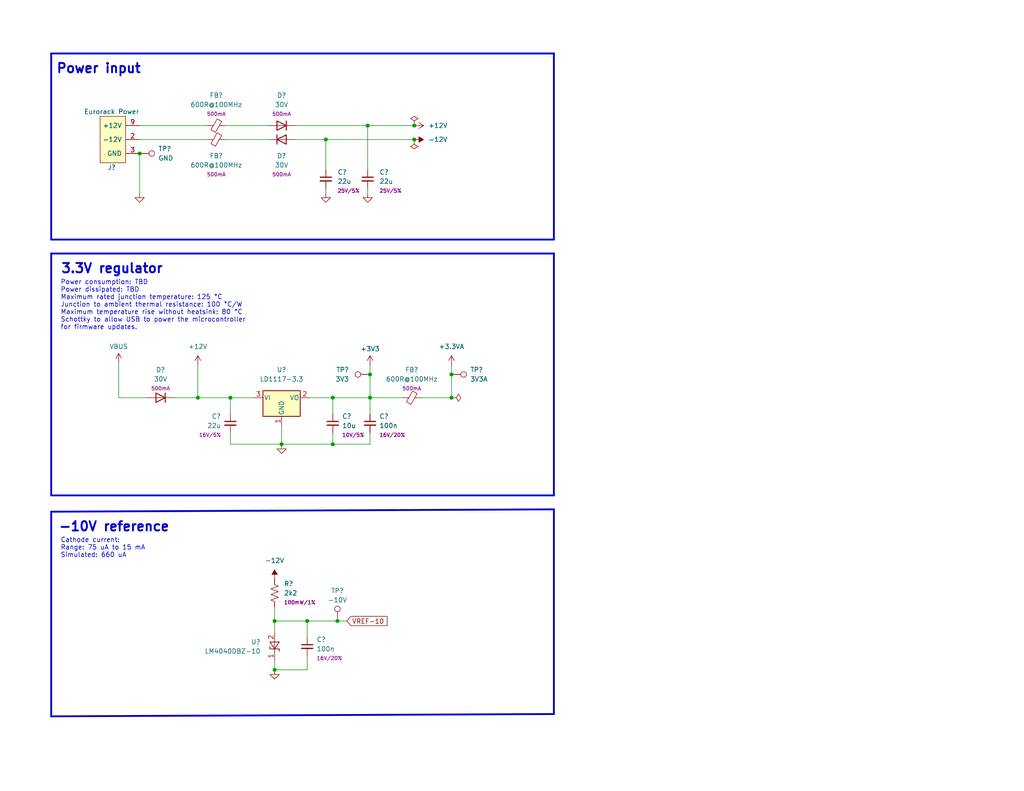
<source format=kicad_sch>
(kicad_sch (version 20230121) (generator eeschema)
  (paper "USLetter")
  (title_block (title "Big Honking Button") (date "2023-08-02") (rev "v5") (company "Winterbloom") (comment 1 "Alethea Flowers") (comment 2 "CERN-OHL-P V2"))
  (lib_symbols
    (symbol "Connector:TestPoint" (pin_numbers hide) (pin_names (offset 0.762) hide)
      (property "Reference" "TP" (at 0 6.858 0))
      (property "Value" "TestPoint" (at 0 5.08 0))
      (symbol "TestPoint_0_1"
        (circle (center 0 3.302) (radius 0.762))
      )
      (symbol "TestPoint_1_1"
        (pin passive line (at 0 0 90) (length 2.54) (name "1") (number "1"))
      )
    )
    (symbol "Device:C_Small" (pin_numbers hide) (pin_names (offset 0.254) hide)
      (property "Reference" "C" (at 0.254 1.778 0))
      (property "Value" "C_Small" (at 0.254 -2.032 0))
      (symbol "C_Small_0_1"
        (polyline (pts (xy -1.524 -0.508) (xy 1.524 -0.508)) (stroke (width 0.3302)))
        (polyline (pts (xy -1.524 0.508) (xy 1.524 0.508)) (stroke (width 0.3048)))
      )
      (symbol "C_Small_1_1"
        (pin passive line (at 0 2.54 270) (length 2.032) (name "~") (number "1"))
        (pin passive line (at 0 -2.54 90) (length 2.032) (name "~") (number "2"))
      )
    )
    (symbol "Device:D" (pin_numbers hide) (pin_names (offset 1.016) hide)
      (property "Reference" "D" (at 0 2.54 0))
      (property "Value" "D" (at 0 -2.54 0))
      (symbol "D_0_1"
        (polyline (pts (xy -1.27 1.27) (xy -1.27 -1.27)) (stroke (width 0.254)))
        (polyline (pts (xy 1.27 0) (xy -1.27 0)))
        (polyline (pts (xy 1.27 1.27) (xy 1.27 -1.27) (xy -1.27 0) (xy 1.27 1.27)) (stroke (width 0.254)))
      )
      (symbol "D_1_1"
        (pin passive line (at -3.81 0 0) (length 2.54) (name "K") (number "1"))
        (pin passive line (at 3.81 0 180) (length 2.54) (name "A") (number "2"))
      )
    )
    (symbol "Device:FerriteBead_Small" (pin_numbers hide) (pin_names (offset 0))
      (property "Reference" "FB" (at 1.905 1.27 0))
      (property "Value" "FerriteBead_Small" (at 1.905 -1.27 0))
      (symbol "FerriteBead_Small_0_1"
        (polyline (pts (xy 0 -1.27) (xy 0 -0.7874)))
        (polyline (pts (xy 0 0.889) (xy 0 1.2954)))
        (polyline (pts (xy -1.8288 0.2794) (xy -1.1176 1.4986) (xy 1.8288 -0.2032) (xy 1.1176 -1.4224) (xy -1.8288 0.2794)))
      )
      (symbol "FerriteBead_Small_1_1"
        (pin passive line (at 0 2.54 270) (length 1.27) (name "~") (number "1"))
        (pin passive line (at 0 -2.54 90) (length 1.27) (name "~") (number "2"))
      )
    )
    (symbol "Device:R_US" (pin_numbers hide) (pin_names (offset 0))
      (property "Reference" "R" (at 2.54 0 90))
      (property "Value" "R_US" (at -2.54 0 90))
      (symbol "R_US_0_1"
        (polyline (pts (xy 0 -2.286) (xy 0 -2.54)))
        (polyline (pts (xy 0 2.286) (xy 0 2.54)))
        (polyline (pts (xy 0 -0.762) (xy 1.016 -1.143) (xy 0 -1.524) (xy -1.016 -1.905) (xy 0 -2.286)))
        (polyline (pts (xy 0 0.762) (xy 1.016 0.381) (xy 0 0) (xy -1.016 -0.381) (xy 0 -0.762)))
        (polyline (pts (xy 0 2.286) (xy 1.016 1.905) (xy 0 1.524) (xy -1.016 1.143) (xy 0 0.762)))
      )
      (symbol "R_US_1_1"
        (pin passive line (at 0 3.81 270) (length 1.27) (name "~") (number "1"))
        (pin passive line (at 0 -3.81 90) (length 1.27) (name "~") (number "2"))
      )
    )
    (symbol "Regulator_Linear:LM1117-3.3" (pin_names (offset 0.254))
      (property "Reference" "U" (at -3.81 3.175 0))
      (property "Value" "LM1117-3.3" (at 0 3.175 0))
      (symbol "LM1117-3.3_0_1"
        (rectangle (start -5.08 -5.08) (end 5.08 1.905) (stroke (width 0.254)) (fill (type background)))
      )
      (symbol "LM1117-3.3_1_1"
        (pin power_in line (at 0 -7.62 90) (length 2.54) (name "GND") (number "1"))
        (pin power_out line (at 7.62 0 180) (length 2.54) (name "VO") (number "2"))
        (pin power_in line (at -7.62 0 0) (length 2.54) (name "VI") (number "3"))
      )
    )
    (symbol "power:+12V" (power) (pin_names (offset 0))
      (property "Value" "+12V" (at 0 3.556 0))
      (symbol "+12V_0_1"
        (polyline (pts (xy -0.762 1.27) (xy 0 2.54)))
        (polyline (pts (xy 0 0) (xy 0 2.54)))
        (polyline (pts (xy 0 2.54) (xy 0.762 1.27)))
      )
      (symbol "+12V_1_1"
        (pin power_in line (at 0 0 90) (length 0) hide (name "+12V") (number "1"))
      )
    )
    (symbol "power:+3.3VA" (power) (pin_names (offset 0))
      (property "Value" "+3.3VA" (at 0 3.556 0))
      (symbol "+3.3VA_0_1"
        (polyline (pts (xy -0.762 1.27) (xy 0 2.54)))
        (polyline (pts (xy 0 0) (xy 0 2.54)))
        (polyline (pts (xy 0 2.54) (xy 0.762 1.27)))
      )
      (symbol "+3.3VA_1_1"
        (pin power_in line (at 0 0 90) (length 0) hide (name "+3.3VA") (number "1"))
      )
    )
    (symbol "power:+3V3" (power) (pin_names (offset 0))
      (property "Value" "+3V3" (at 0 3.556 0))
      (symbol "+3V3_0_1"
        (polyline (pts (xy -0.762 1.27) (xy 0 2.54)))
        (polyline (pts (xy 0 0) (xy 0 2.54)))
        (polyline (pts (xy 0 2.54) (xy 0.762 1.27)))
      )
      (symbol "+3V3_1_1"
        (pin power_in line (at 0 0 90) (length 0) hide (name "+3V3") (number "1"))
      )
    )
    (symbol "power:-12V" (power) (pin_names (offset 0))
      (property "Value" "-12V" (at 0 3.81 0))
      (symbol "-12V_0_0"
        (pin power_in line (at 0 0 90) (length 0) hide (name "-12V") (number "1"))
      )
      (symbol "-12V_0_1"
        (polyline (pts (xy 0 0) (xy 0 1.27) (xy 0.762 1.27) (xy 0 2.54) (xy -0.762 1.27) (xy 0 1.27)) (fill (type outline)))
      )
    )
    (symbol "power:GND" (power) (pin_names (offset 0))
      (property "Value" "GND" (at 0 -3.81 0))
      (symbol "GND_0_1"
        (polyline (pts (xy 0 0) (xy 0 -1.27) (xy 1.27 -1.27) (xy 0 -2.54) (xy -1.27 -1.27) (xy 0 -1.27)))
      )
      (symbol "GND_1_1"
        (pin power_in line (at 0 0 270) (length 0) hide (name "GND") (number "1"))
      )
    )
    (symbol "power:PWR_FLAG" (power) (pin_numbers hide) (pin_names (offset 0) hide)
      (property "Value" "PWR_FLAG" (at 0 3.81 0))
      (symbol "PWR_FLAG_0_0"
        (pin power_out line (at 0 0 90) (length 0) (name "pwr") (number "1"))
      )
      (symbol "PWR_FLAG_0_1"
        (polyline (pts (xy 0 0) (xy 0 1.27) (xy -1.016 1.905) (xy 0 2.54) (xy 1.016 1.905) (xy 0 1.27)))
      )
    )
    (symbol "power:VBUS" (power) (pin_names (offset 0))
      (property "Value" "VBUS" (at 0 3.81 0))
      (symbol "VBUS_0_1"
        (polyline (pts (xy -0.762 1.27) (xy 0 2.54)))
        (polyline (pts (xy 0 0) (xy 0 2.54)))
        (polyline (pts (xy 0 2.54) (xy 0.762 1.27)))
      )
      (symbol "VBUS_1_1"
        (pin power_in line (at 0 0 90) (length 0) hide (name "VBUS") (number "1"))
      )
    )
    (symbol "winterbloom:Eurorack_Power" (pin_names (offset 1.016))
      (property "Reference" "J" (at -0.635 7.62 0))
      (property "Value" "Eurorack_Power" (at 0 -7.62 0))
      (symbol "Eurorack_Power_0_1"
        (rectangle (start -3.175 6.35) (end 3.81 -6.35) (fill (type background)))
      )
      (symbol "Eurorack_Power_1_1"
        (pin power_out line (at 7.62 0 180) (length 3.81) hide (name "-12V") (number "1"))
        (pin passive line (at 7.62 3.81 180) (length 3.81) hide (name "+12V") (number "10"))
        (pin passive line (at 7.62 0 180) (length 3.81) (name "-12V") (number "2"))
        (pin power_out line (at 7.62 -3.81 180) (length 3.81) (name "GND") (number "3"))
        (pin passive line (at 7.62 -3.81 180) (length 3.81) hide (name "GND") (number "4"))
        (pin passive line (at 7.62 -3.81 180) (length 3.81) hide (name "GND") (number "5"))
        (pin passive line (at 7.62 -3.81 180) (length 3.81) hide (name "GND") (number "6"))
        (pin passive line (at 7.62 -3.81 180) (length 3.81) hide (name "GND") (number "7"))
        (pin passive line (at 7.62 -3.81 180) (length 3.81) hide (name "GND") (number "8"))
        (pin power_out line (at 7.62 3.81 180) (length 3.81) (name "+12V") (number "9"))
      )
    )
    (symbol "winterbloom:LM4040DBZ-10" (pin_names (offset 0.0254) hide)
      (property "Reference" "U1" (at -2.54 1.27 90))
      (property "Value" "LM4040DBZ-10" (at -2.54 -1.27 90))
      (symbol "LM4040DBZ-10_0_0"
        (pin no_connect line (at 0 0 270) (length 2.54) hide (name "NC") (number "3"))
      )
      (symbol "LM4040DBZ-10_0_1"
        (polyline (pts (xy -1.27 0) (xy 0 0) (xy 1.27 0)))
        (polyline (pts (xy -1.27 -1.27) (xy 0.635 0) (xy -1.27 1.27) (xy -1.27 -1.27)) (stroke (width 0.2032)))
        (polyline (pts (xy 0 -1.27) (xy 0.635 -1.27) (xy 0.635 1.27) (xy 1.27 1.27)) (stroke (width 0.2032)))
      )
      (symbol "LM4040DBZ-10_1_1"
        (pin passive line (at 3.81 0 180) (length 2.54) (name "K") (number "1"))
        (pin passive line (at -3.81 0 0) (length 2.54) (name "A") (number "2"))
      )
    )
  )
  (junction (at 113.03 38.1))
  (junction (at 74.93 182.88))
  (junction (at 100.965 102.235))
  (junction (at 123.19 102.235))
  (junction (at 62.865 108.585))
  (junction (at 74.93 169.545))
  (junction (at 123.19 108.585))
  (junction (at 88.9 38.1))
  (junction (at 100.33 34.29))
  (junction (at 38.1 41.91))
  (junction (at 83.82 169.545))
  (junction (at 113.03 34.29))
  (junction (at 53.975 108.585))
  (junction (at 90.805 108.585))
  (junction (at 90.805 121.285))
  (junction (at 100.965 108.585))
  (junction (at 92.075 169.545))
  (junction (at 76.835 121.285))
  (wire (pts (xy 62.865 108.585) (xy 62.865 113.03)))
  (wire (pts (xy 80.645 34.29) (xy 100.33 34.29)))
  (wire (pts (xy 80.645 38.1) (xy 88.9 38.1)))
  (wire (pts (xy 74.93 165.735) (xy 74.93 169.545)))
  (wire (pts (xy 90.805 121.285) (xy 76.835 121.285)))
  (wire (pts (xy 74.93 169.545) (xy 83.82 169.545)))
  (wire (pts (xy 88.9 38.1) (xy 113.03 38.1)))
  (wire (pts (xy 38.1 41.91) (xy 38.1 52.705)))
  (wire (pts (xy 123.19 102.235) (xy 123.19 108.585)))
  (wire (pts (xy 38.1 34.29) (xy 56.515 34.29)))
  (polyline (pts (xy 13.97 139.7) (xy 13.97 195.58)) (stroke (width 0.5) (type solid)))
  (polyline (pts (xy 151.13 139.065) (xy 151.13 194.945)) (stroke (width 0.5) (type solid)))
  (wire (pts (xy 100.33 51.435) (xy 100.33 52.705)))
  (wire (pts (xy 53.975 99.695) (xy 53.975 108.585)))
  (wire (pts (xy 123.19 99.695) (xy 123.19 102.235)))
  (polyline (pts (xy 13.97 69.215) (xy 13.97 135.255)) (stroke (width 0.5) (type solid)))
  (wire (pts (xy 32.385 99.06) (xy 32.385 108.585)))
  (wire (pts (xy 100.965 121.285) (xy 90.805 121.285)))
  (polyline (pts (xy 13.97 14.605) (xy 151.13 14.605)) (stroke (width 0.5) (type solid)))
  (polyline (pts (xy 13.97 139.7) (xy 151.13 139.065)) (stroke (width 0.5) (type solid)))
  (wire (pts (xy 92.075 169.545) (xy 94.615 169.545)))
  (wire (pts (xy 100.965 102.235) (xy 100.965 108.585)))
  (wire (pts (xy 74.93 169.545) (xy 74.93 172.72)))
  (wire (pts (xy 76.835 121.285) (xy 62.865 121.285)))
  (wire (pts (xy 88.9 51.435) (xy 88.9 52.705)))
  (wire (pts (xy 100.33 34.29) (xy 100.33 46.355)))
  (wire (pts (xy 100.965 118.11) (xy 100.965 121.285)))
  (wire (pts (xy 100.965 99.695) (xy 100.965 102.235)))
  (wire (pts (xy 53.975 108.585) (xy 62.865 108.585)))
  (wire (pts (xy 62.865 121.285) (xy 62.865 118.11)))
  (polyline (pts (xy 151.13 14.605) (xy 151.13 65.405)) (stroke (width 0.5) (type solid)))
  (wire (pts (xy 90.805 108.585) (xy 100.965 108.585)))
  (wire (pts (xy 100.965 108.585) (xy 100.965 113.03)))
  (wire (pts (xy 40.005 108.585) (xy 32.385 108.585)))
  (wire (pts (xy 88.9 38.1) (xy 88.9 46.355)))
  (wire (pts (xy 90.805 108.585) (xy 90.805 113.03)))
  (polyline (pts (xy 13.97 69.215) (xy 151.13 69.215)) (stroke (width 0.5) (type solid)))
  (wire (pts (xy 76.835 116.205) (xy 76.835 121.285)))
  (wire (pts (xy 83.82 179.07) (xy 83.82 182.88)))
  (wire (pts (xy 114.935 108.585) (xy 123.19 108.585)))
  (wire (pts (xy 83.82 182.88) (xy 74.93 182.88)))
  (polyline (pts (xy 13.97 14.605) (xy 13.97 65.405)) (stroke (width 0.5) (type solid)))
  (wire (pts (xy 90.805 118.11) (xy 90.805 121.285)))
  (wire (pts (xy 100.33 34.29) (xy 113.03 34.29)))
  (wire (pts (xy 38.1 38.1) (xy 56.515 38.1)))
  (wire (pts (xy 100.965 108.585) (xy 109.855 108.585)))
  (polyline (pts (xy 151.13 69.215) (xy 151.13 135.255)) (stroke (width 0.5) (type solid)))
  (polyline (pts (xy 151.13 194.945) (xy 13.97 195.58)) (stroke (width 0.5) (type solid)))
  (wire (pts (xy 84.455 108.585) (xy 90.805 108.585)))
  (wire (pts (xy 83.82 169.545) (xy 92.075 169.545)))
  (wire (pts (xy 62.865 108.585) (xy 69.215 108.585)))
  (wire (pts (xy 61.595 34.29) (xy 73.025 34.29)))
  (wire (pts (xy 74.93 180.34) (xy 74.93 182.88)))
  (wire (pts (xy 47.625 108.585) (xy 53.975 108.585)))
  (polyline (pts (xy 151.13 135.255) (xy 13.97 135.255)) (stroke (width 0.5) (type solid)))
  (wire (pts (xy 61.595 38.1) (xy 73.025 38.1)))
  (polyline (pts (xy 151.13 65.405) (xy 13.97 65.405)) (stroke (width 0.5) (type solid)))
  (wire (pts (xy 83.82 169.545) (xy 83.82 173.99)))
  (text "-10V reference" (at 15.875 145.415 0) (effects (font (size 2.54 2.54) (thickness 0.508) bold) (justify left bottom)))
  (text "Power consumption: TBD\nPower dissipated: TBD\nMaximum rated junction temperature: 125 °C\nJunction to ambient thermal resistance: 100 °C/W\nMaximum temperature rise without heatsink: 80 °C\nSchottky to allow USB to power the microcontroller\nfor firmware updates." (at 16.51 90.17 0) (effects (font (size 1.27 1.27)) (justify left bottom)))
  (text "3.3V regulator" (at 16.51 74.93 0) (effects (font (size 2.54 2.54) (thickness 0.508) bold) (justify left bottom)))
  (text "Cathode current:\nRange: 75 uA to 15 mA\nSimulated: 660 uA\n" (at 16.51 152.4 0) (effects (font (size 1.27 1.27)) (justify left bottom)))
  (text "Power input" (at 15.24 20.32 0) (effects (font (size 2.54 2.54) (thickness 0.508) bold) (justify left bottom)))
  (global_label "VREF-10" (shape input) (at 94.615 169.545 0) (property "Intersheetrefs" "${INTERSHEET_REFS}" (effects hide)))
  (symbol (lib_id "power:GND") (at 74.93 182.88 0) (unit 1)
    (property "Reference" "#PWR?" (effects hide))
    (property "Value" "GND" (effects hide))
    (instances (project "mainboard" (path "" (reference "#PWR?") (unit 1))) (project "board" (path "" (reference "#PWR0104") (unit 1))))
  )
  (symbol (lib_id "power:+12V") (at 113.03 34.29 270) (unit 1)
    (property "Reference" "#PWR?" (effects hide))
    (property "Value" "+12V" (at 116.84 34.29 90) (effects (justify left)))
    (instances (project "mainboard" (path "" (reference "#PWR?") (unit 1))) (project "board" (path "" (reference "#PWR0106") (unit 1))))
  )
  (symbol (lib_id "Device:D") (at 43.815 108.585 180) (unit 1)
    (property "Reference" "D?" (at 43.815 100.965 0))
    (property "Value" "30V" (at 43.815 103.505 0))
    (property "Footprint" "winterbloom:D_SOD-123" (effects hide))
    (property "MPN" "PMEG2005EGWJ, PMEG3005EGWX" (effects hide))
    (property "Rating" "500mA" (at 43.815 106.045 0) (effects (font (size 1 1))))
    (instances (project "mainboard" (path "" (reference "D?") (unit 1))) (project "board" (path "" (reference "D3") (unit 1))))
  )
  (symbol (lib_id "power:+3.3VA") (at 123.19 99.695 0) (unit 1)
    (property "Reference" "#PWR?" (effects hide))
    (property "Value" "+3.3VA" (at 123.19 94.615 0))
    (instances (project "mainboard" (path "" (reference "#PWR?") (unit 1))) (project "board" (path "" (reference "#PWR0102") (unit 1))))
  )
  (symbol (lib_id "power:GND") (at 88.9 52.705 0) (unit 1)
    (property "Reference" "#PWR?" (effects hide))
    (property "Value" "GND" (effects hide))
    (instances (project "mainboard" (path "" (reference "#PWR?") (unit 1))) (project "board" (path "" (reference "#PWR0111") (unit 1))))
  )
  (symbol (lib_id "Device:C_Small") (at 100.965 115.57 0) (unit 1)
    (property "Reference" "C?" (at 103.505 113.6712 0) (effects (justify left)))
    (property "Value" "100n" (at 103.505 116.2112 0) (effects (justify left)))
    (property "Footprint" "winterbloom:C_0603_HandSolder" (effects hide))
    (property "MPN" "CL05B104KO5NNNC" (effects hide))
    (property "Notes" "Bypass" (effects hide))
    (property "MacroFab MPN" "MF-CAP-0402-0.1uF" (effects hide))
    (property "Rating" "16V/20%" (at 103.505 118.7513 0) (effects (font (size 1 1)) (justify left)))
    (instances (project "mainboard" (path "" (reference "C?") (unit 1))) (project "board" (path "" (reference "C7") (unit 1))))
  )
  (symbol (lib_id "Device:C_Small") (at 83.82 176.53 0) (unit 1)
    (property "Reference" "C?" (at 86.36 174.6312 0) (effects (justify left)))
    (property "Value" "100n" (at 86.36 177.1712 0) (effects (justify left)))
    (property "Footprint" "winterbloom:C_0603_HandSolder" (effects hide))
    (property "MPN" "CL05B104KO5NNNC" (effects hide))
    (property "Notes" "Bypass" (effects hide))
    (property "MacroFab MPN" "MF-CAP-0402-0.1uF" (effects hide))
    (property "Rating" "16V/20%" (at 86.36 179.7113 0) (effects (font (size 1 1)) (justify left)))
    (instances (project "mainboard" (path "" (reference "C?") (unit 1))) (project "board" (path "" (reference "C8") (unit 1))))
  )
  (symbol (lib_id "power:GND") (at 38.1 52.705 0) (unit 1)
    (property "Reference" "#PWR?" (effects hide))
    (property "Value" "GND" (effects hide))
    (instances (project "mainboard" (path "" (reference "#PWR?") (unit 1))) (project "board" (path "" (reference "#PWR0114") (unit 1))))
  )
  (symbol (lib_id "Device:C_Small") (at 90.805 115.57 0) (unit 1)
    (property "Reference" "C?" (at 93.345 113.6712 0) (effects (justify left)))
    (property "Value" "10u" (at 93.345 116.2112 0) (effects (justify left)))
    (property "Footprint" "winterbloom:C_0603_HandSolder" (effects hide))
    (property "Notes" "Linear regulator output filter" (effects hide))
    (property "MPN" "CL10A106MP8NNNC" (effects hide))
    (property "Rating" "10V/5%" (at 93.345 118.7513 0) (effects (font (size 1 1)) (justify left)))
    (instances (project "mainboard" (path "" (reference "C?") (unit 1))) (project "board" (path "" (reference "C6") (unit 1))))
  )
  (symbol (lib_id "Device:D") (at 76.835 34.29 180) (unit 1)
    (property "Reference" "D?" (at 76.835 26.035 0))
    (property "Value" "30V" (at 76.835 28.575 0))
    (property "Footprint" "winterbloom:D_SOD-123" (effects hide))
    (property "MPN" "PMEG2005EGWJ, PMEG3005EGWX" (effects hide))
    (property "Rating" "500mA" (at 76.835 31.115 0) (effects (font (size 1 1))))
    (instances (project "mainboard" (path "" (reference "D?") (unit 1))) (project "board" (path "" (reference "D1") (unit 1))))
  )
  (symbol (lib_id "Device:R_US") (at 74.93 161.925 0) (unit 1)
    (property "Reference" "R?" (at 77.47 159.385 0) (effects (justify left)))
    (property "Value" "2k2" (at 77.47 161.925 0) (effects (justify left)))
    (property "Footprint" "winterbloom:R_0603_HandSolder" (effects hide))
    (property "MPN" "ERJ-2RKF2201X" (effects hide))
    (property "Notes" "-10V zener current control" (effects hide))
    (property "MacroFab MPN" "MF-RES-0402-2K" (effects hide))
    (property "Rating" "100mW/1%" (at 77.47 164.465 0) (effects (font (size 1 1)) (justify left)))
    (instances (project "mainboard" (path "" (reference "R?") (unit 1))) (project "board" (path "" (reference "R1") (unit 1))))
  )
  (symbol (lib_id "Device:C_Small") (at 62.865 115.57 0) (unit 1)
    (property "Reference" "C?" (at 60.325 113.6712 0) (effects (justify right)))
    (property "Value" "22u" (at 60.325 116.2112 0) (effects (justify right)))
    (property "Footprint" "winterbloom:C_0805_HandSolder" (effects hide))
    (property "MPN" "CL21A226MAYNNNE" (effects hide))
    (property "Notes" "Linear regulator input filter" (effects hide))
    (property "Rating" "16V/5%" (at 60.325 118.7513 0) (effects (font (size 1 1)) (justify right)))
    (instances (project "mainboard" (path "" (reference "C?") (unit 1))) (project "board" (path "" (reference "C5") (unit 1))))
  )
  (symbol (lib_id "power:GND") (at 100.33 52.705 0) (unit 1)
    (property "Reference" "#PWR?" (effects hide))
    (property "Value" "GND" (effects hide))
    (instances (project "mainboard" (path "" (reference "#PWR?") (unit 1))) (project "board" (path "" (reference "#PWR0109") (unit 1))))
  )
  (symbol (lib_id "power:+3V3") (at 100.965 99.695 0) (unit 1)
    (property "Reference" "#PWR?" (effects hide))
    (property "Value" "+3V3" (at 100.965 95.25 0))
    (instances (project "board" (path "" (reference "#PWR?") (unit 1)) (path "" (reference "#PWR0103") (unit 1))) (project "starfish" (path "" (reference "#PWR?") (unit 1))))
  )
  (symbol (lib_id "winterbloom:LM4040DBZ-10") (at 74.93 176.53 270) (unit 1)
    (property "Reference" "U?" (at 71.12 175.2599 90) (effects (justify right)))
    (property "Value" "LM4040DBZ-10" (at 71.12 177.7999 90) (effects (justify right)))
    (property "Footprint" "Package_TO_SOT_SMD:SOT-23" (effects hide))
    (property "Datasheet" "http://www.ti.com/lit/ds/symlink/lm4040-n.pdf" (effects hide))
    (property "MPN" "LM4040DIM3-10.0/NOPB" (effects hide))
    (instances (project "mainboard" (path "" (reference "U?") (unit 1))) (project "board" (path "" (reference "U2") (unit 1))))
  )
  (symbol (lib_id "Device:FerriteBead_Small") (at 59.055 34.29 90) (unit 1)
    (property "Reference" "FB?" (at 59.0169 26.035 90))
    (property "Value" "600R@100MHz" (at 59.0169 28.575 90))
    (property "Footprint" "winterbloom:L_0603_HandSolder" (effects hide))
    (property "MPN" "742792651" (effects hide))
    (property "Notes" "Power filter" (effects hide))
    (property "Rating" "500mA" (at 59.0169 31.115 90) (effects (font (size 1 1))))
    (instances (project "mainboard" (path "" (reference "FB?") (unit 1))) (project "board" (path "" (reference "FB1") (unit 1))))
  )
  (symbol (lib_id "power:GND") (at 76.835 121.285 0) (unit 1)
    (property "Reference" "#PWR?" (effects hide))
    (property "Value" "GND" (effects hide))
    (instances (project "mainboard" (path "" (reference "#PWR?") (unit 1))) (project "board" (path "" (reference "#PWR0101") (unit 1))))
  )
  (symbol (lib_id "Regulator_Linear:LM1117-3.3") (at 76.835 108.585 0) (unit 1)
    (property "Reference" "U?" (at 76.835 100.965 0))
    (property "Value" "LD1117-3.3" (at 76.835 103.505 0))
    (property "Footprint" "Package_TO_SOT_SMD:TO-252-3_TabPin2" (effects hide))
    (property "Datasheet" "https://www.st.com/resource/en/datasheet/ld1117.pdf" (effects hide))
    (property "MPN" "LD1117DT33TR, AZ1117CD-3.3TRG1" (effects hide))
    (instances (project "mainboard" (path "" (reference "U?") (unit 1))) (project "board" (path "" (reference "U1") (unit 1))))
  )
  (symbol (lib_id "Connector:TestPoint") (at 123.19 102.235 270) (unit 1)
    (property "Reference" "TP?" (at 128.27 100.965 90) (effects (justify left)))
    (property "Value" "3V3A" (at 128.27 103.505 90) (effects (justify left)))
    (property "Footprint" "TestPoint:TestPoint_Pad_D1.0mm" (effects hide))
    (property "DNP" "1" (effects hide))
    (instances (project "mainboard" (path "" (reference "TP?") (unit 1))) (project "board" (path "" (reference "TP3") (unit 1))))
  )
  (symbol (lib_id "Device:FerriteBead_Small") (at 112.395 108.585 90) (unit 1)
    (property "Reference" "FB?" (at 112.3569 100.965 90))
    (property "Value" "600R@100MHz" (at 112.3569 103.505 90))
    (property "Footprint" "winterbloom:L_0603_HandSolder" (effects hide))
    (property "MPN" "742792651" (effects hide))
    (property "Notes" "Analog power filter" (effects hide))
    (property "Rating" "500mA" (at 112.3569 106.045 90) (effects (font (size 1 1))))
    (instances (project "mainboard" (path "" (reference "FB?") (unit 1))) (project "board" (path "" (reference "FB3") (unit 1))))
  )
  (symbol (lib_id "power:-12V") (at 113.03 38.1 270) (unit 1)
    (property "Reference" "#PWR?" (effects hide))
    (property "Value" "-12V" (at 116.84 38.1 90) (effects (justify left)))
    (instances (project "mainboard" (path "" (reference "#PWR?") (unit 1))) (project "board" (path "" (reference "#PWR0107") (unit 1))))
  )
  (symbol (lib_id "Connector:TestPoint") (at 100.965 102.235 90) (unit 1)
    (property "Reference" "TP?" (at 95.25 100.965 90) (effects (justify left)))
    (property "Value" "3V3" (at 95.25 103.505 90) (effects (justify left)))
    (property "Footprint" "TestPoint:TestPoint_Pad_D1.0mm" (effects hide))
    (property "DNP" "1" (effects hide))
    (instances (project "mainboard" (path "" (reference "TP?") (unit 1))) (project "board" (path "" (reference "TP2") (unit 1))))
  )
  (symbol (lib_id "Connector:TestPoint") (at 92.075 169.545 0) (unit 1)
    (property "Reference" "TP?" (at 92.075 161.29 0))
    (property "Value" "-10V" (at 92.075 163.83 0))
    (property "Footprint" "TestPoint:TestPoint_Pad_D1.0mm" (effects hide))
    (property "DNP" "1" (effects hide))
    (instances (project "mainboard" (path "" (reference "TP?") (unit 1))) (project "board" (path "" (reference "TP4") (unit 1))))
  )
  (symbol (lib_id "winterbloom:Eurorack_Power") (at 30.48 38.1 0) (unit 1)
    (property "Reference" "J?" (at 30.48 45.72 0))
    (property "Value" "Eurorack Power" (at 30.48 30.48 0))
    (property "Footprint" "winterbloom:Eurorack_Power_2x5_Shrouded_Lock" (effects hide))
    (property "Datasheet" "https://static6.arrow.com/aropdfconversion/1507f1621f4e67855dd466ebb3ac550d52564a9d/32302-sxx1.pdf" (effects hide))
    (property "MPN" "4UCONN 20253, On-shore 302-S101" (effects hide))
    (instances (project "mainboard" (path "" (reference "J?") (unit 1))) (project "board" (path "" (reference "J1") (unit 1))))
  )
  (symbol (lib_id "power:PWR_FLAG") (at 113.03 38.1 180) (unit 1)
    (property "Reference" "#FLG?" (effects hide))
    (property "Value" "PWR_FLAG" (effects hide))
    (instances (project "mainboard" (path "" (reference "#FLG?") (unit 1))) (project "board" (path "" (reference "#FLG0102") (unit 1))))
  )
  (symbol (lib_id "power:VBUS") (at 32.385 99.06 0) (unit 1)
    (property "Reference" "#PWR?" (effects hide))
    (property "Value" "VBUS" (at 32.385 94.615 0))
    (instances (project "board" (path "" (reference "#PWR?") (unit 1)) (path "" (reference "#PWR0113") (unit 1))))
  )
  (symbol (lib_id "Device:D") (at 76.835 38.1 0) (unit 1)
    (property "Reference" "D?" (at 76.835 42.545 0))
    (property "Value" "30V" (at 76.835 45.085 0))
    (property "Footprint" "winterbloom:D_SOD-123" (effects hide))
    (property "MPN" "PMEG2005EGWJ, PMEG3005EGWX" (effects hide))
    (property "Rating" "500mA" (at 76.835 47.625 0) (effects (font (size 1 1))))
    (instances (project "mainboard" (path "" (reference "D?") (unit 1))) (project "board" (path "" (reference "D2") (unit 1))))
  )
  (symbol (lib_id "Device:C_Small") (at 88.9 48.895 0) (unit 1)
    (property "Reference" "C?" (at 92.075 46.9962 0) (effects (justify left)))
    (property "Value" "22u" (at 92.075 49.5362 0) (effects (justify left)))
    (property "Footprint" "winterbloom:C_0805_HandSolder" (effects hide))
    (property "MPN" "CL21A226MAYNNNE" (effects hide))
    (property "Notes" "Bulk capacitance" (effects hide))
    (property "Rating" "25V/5%" (at 92.075 52.0763 0) (effects (font (size 1 1)) (justify left)))
    (instances (project "mainboard" (path "" (reference "C?") (unit 1))) (project "board" (path "" (reference "C1") (unit 1))))
  )
  (symbol (lib_id "power:+12V") (at 53.975 99.695 0) (unit 1)
    (property "Reference" "#PWR?" (effects hide))
    (property "Value" "+12V" (at 53.975 94.615 0))
    (instances (project "mainboard" (path "" (reference "#PWR?") (unit 1))) (project "board" (path "" (reference "#PWR0112") (unit 1))))
  )
  (symbol (lib_id "Device:FerriteBead_Small") (at 59.055 38.1 90) (unit 1)
    (property "Reference" "FB?" (at 59.0169 42.545 90))
    (property "Value" "600R@100MHz" (at 59.0169 45.085 90))
    (property "Footprint" "winterbloom:L_0603_HandSolder" (effects hide))
    (property "MPN" "742792651" (effects hide))
    (property "Notes" "Power filter" (effects hide))
    (property "Rating" "500mA" (at 59.0169 47.625 90) (effects (font (size 1 1))))
    (instances (project "mainboard" (path "" (reference "FB?") (unit 1))) (project "board" (path "" (reference "FB2") (unit 1))))
  )
  (symbol (lib_id "power:PWR_FLAG") (at 123.19 108.585 270) (unit 1)
    (property "Reference" "#FLG?" (effects hide))
    (property "Value" "PWR_FLAG" (effects hide))
    (instances (project "mainboard" (path "" (reference "#FLG?") (unit 1))) (project "board" (path "" (reference "#FLG0101") (unit 1))))
  )
  (symbol (lib_id "Connector:TestPoint") (at 38.1 41.91 270) (unit 1)
    (property "Reference" "TP?" (at 43.18 40.64 90) (effects (justify left)))
    (property "Value" "GND" (at 43.18 43.18 90) (effects (justify left)))
    (property "Footprint" "TestPoint:TestPoint_Pad_D1.0mm" (effects hide))
    (property "DNP" "1" (effects hide))
    (instances (project "mainboard" (path "" (reference "TP?") (unit 1))) (project "board" (path "" (reference "TP1") (unit 1))))
  )
  (symbol (lib_id "power:PWR_FLAG") (at 113.03 34.29 0) (unit 1)
    (property "Reference" "#FLG?" (effects hide))
    (property "Value" "PWR_FLAG" (effects hide))
    (instances (project "mainboard" (path "" (reference "#FLG?") (unit 1))) (project "board" (path "" (reference "#FLG0103") (unit 1))))
  )
  (symbol (lib_id "power:-12V") (at 74.93 158.115 0) (unit 1)
    (property "Reference" "#PWR?" (effects hide))
    (property "Value" "-12V" (at 74.93 153.035 0))
    (instances (project "mainboard" (path "" (reference "#PWR?") (unit 1))) (project "board" (path "" (reference "#PWR0105") (unit 1))))
  )
  (symbol (lib_id "Device:C_Small") (at 100.33 48.895 0) (unit 1)
    (property "Reference" "C?" (at 103.505 46.9962 0) (effects (justify left)))
    (property "Value" "22u" (at 103.505 49.5362 0) (effects (justify left)))
    (property "Footprint" "winterbloom:C_0805_HandSolder" (effects hide))
    (property "MPN" "CL21A226MAYNNNE" (effects hide))
    (property "Notes" "Bulk capacitance" (effects hide))
    (property "Rating" "25V/5%" (at 103.505 52.0763 0) (effects (font (size 1 1)) (justify left)))
    (instances (project "mainboard" (path "" (reference "C?") (unit 1))) (project "board" (path "" (reference "C2") (unit 1))))
  )
)
</source>
